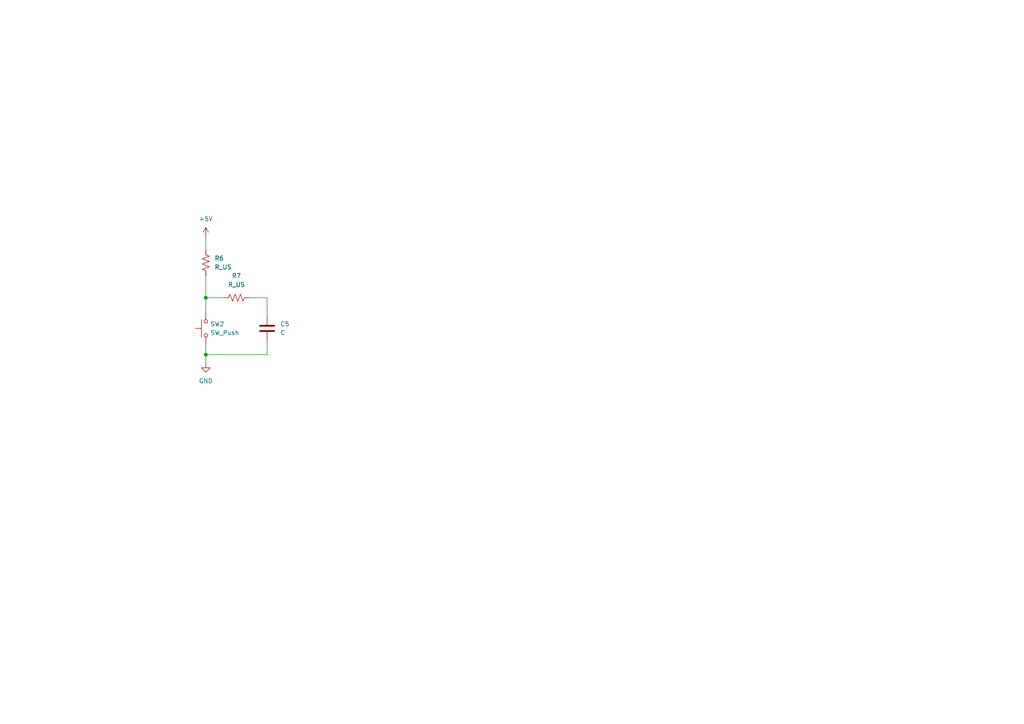
<source format=kicad_sch>
(kicad_sch (version 20230121) (generator eeschema)
  (paper "A4")
  (lib_symbols
    (symbol "Device:C" (pin_numbers hide) (pin_names (offset 0.254))
      (property "Reference" "C" (at 0.635 2.54 0))
      (property "Value" "C" (at 0.635 -2.54 0))
      (symbol "C_0_1"
        (polyline (pts (xy -2.032 -0.762) (xy 2.032 -0.762)) (stroke (width 0.508)))
        (polyline (pts (xy -2.032 0.762) (xy 2.032 0.762)) (stroke (width 0.508)))
      )
      (symbol "C_1_1"
        (pin passive line (at 0 3.81 270) (length 2.794) (name "~") (number "1"))
        (pin passive line (at 0 -3.81 90) (length 2.794) (name "~") (number "2"))
      )
    )
    (symbol "Device:R_US" (pin_numbers hide) (pin_names (offset 0))
      (property "Reference" "R" (at 2.54 0 90))
      (property "Value" "R_US" (at -2.54 0 90))
      (symbol "R_US_0_1"
        (polyline (pts (xy 0 -2.286) (xy 0 -2.54)))
        (polyline (pts (xy 0 2.286) (xy 0 2.54)))
        (polyline (pts (xy 0 -0.762) (xy 1.016 -1.143) (xy 0 -1.524) (xy -1.016 -1.905) (xy 0 -2.286)))
        (polyline (pts (xy 0 0.762) (xy 1.016 0.381) (xy 0 0) (xy -1.016 -0.381) (xy 0 -0.762)))
        (polyline (pts (xy 0 2.286) (xy 1.016 1.905) (xy 0 1.524) (xy -1.016 1.143) (xy 0 0.762)))
      )
      (symbol "R_US_1_1"
        (pin passive line (at 0 3.81 270) (length 1.27) (name "~") (number "1"))
        (pin passive line (at 0 -3.81 90) (length 1.27) (name "~") (number "2"))
      )
    )
    (symbol "Switch:SW_Push" (pin_numbers hide) (pin_names (offset 1.016) hide)
      (property "Reference" "SW" (at 1.27 2.54 0))
      (property "Value" "SW_Push" (at 0 -1.524 0))
      (symbol "SW_Push_0_1"
        (circle (center -2.032 0) (radius 0.508))
        (polyline (pts (xy 0 1.27) (xy 0 3.048)))
        (polyline (pts (xy 2.54 1.27) (xy -2.54 1.27)))
        (circle (center 2.032 0) (radius 0.508))
        (pin passive line (at -5.08 0 0) (length 2.54) (name "1") (number "1"))
        (pin passive line (at 5.08 0 180) (length 2.54) (name "2") (number "2"))
      )
    )
    (symbol "power:+5V" (power) (pin_names (offset 0))
      (property "Value" "+5V" (at 0 3.556 0))
      (symbol "+5V_0_1"
        (polyline (pts (xy -0.762 1.27) (xy 0 2.54)))
        (polyline (pts (xy 0 0) (xy 0 2.54)))
        (polyline (pts (xy 0 2.54) (xy 0.762 1.27)))
      )
      (symbol "+5V_1_1"
        (pin power_in line (at 0 0 90) (length 0) hide (name "+5V") (number "1"))
      )
    )
    (symbol "power:GND" (power) (pin_names (offset 0))
      (property "Value" "GND" (at 0 -3.81 0))
      (symbol "GND_0_1"
        (polyline (pts (xy 0 0) (xy 0 -1.27) (xy 1.27 -1.27) (xy 0 -2.54) (xy -1.27 -1.27) (xy 0 -1.27)))
      )
      (symbol "GND_1_1"
        (pin power_in line (at 0 0 270) (length 0) hide (name "GND") (number "1"))
      )
    )
  )
  (junction (at 59.69 102.87))
  (junction (at 59.69 86.36))
  (wire (pts (xy 59.69 86.36) (xy 59.69 90.17)))
  (wire (pts (xy 59.69 105.41) (xy 59.69 102.87)))
  (wire (pts (xy 59.69 80.01) (xy 59.69 86.36)))
  (wire (pts (xy 59.69 86.36) (xy 64.77 86.36)))
  (wire (pts (xy 77.47 99.06) (xy 77.47 102.87)))
  (wire (pts (xy 72.39 86.36) (xy 77.47 86.36)))
  (wire (pts (xy 59.69 102.87) (xy 59.69 100.33)))
  (wire (pts (xy 77.47 86.36) (xy 77.47 91.44)))
  (wire (pts (xy 59.69 68.58) (xy 59.69 72.39)))
  (wire (pts (xy 77.47 102.87) (xy 59.69 102.87)))
  (symbol (lib_id "power:GND") (at 59.69 105.41 0) (unit 1)
    (property "Reference" "#PWR023" (effects hide))
    (property "Value" "GND" (at 59.69 110.49 0))
  )
  (symbol (lib_id "power:+5V") (at 59.69 68.58 0) (unit 1)
    (property "Reference" "#PWR022" (effects hide))
    (property "Value" "+5V" (at 59.69 63.5 0))
  )
  (symbol (lib_id "Device:R_US") (at 59.69 76.2 180) (unit 1)
    (property "Reference" "R6" (at 62.23 74.93 0) (effects (justify right)))
    (property "Value" "R_US" (at 62.23 77.47 0) (effects (justify right)))
  )
  (symbol (lib_id "Device:C") (at 77.47 95.25 0) (unit 1)
    (property "Reference" "C5" (at 81.28 93.98 0) (effects (justify left)))
    (property "Value" "C" (at 81.28 96.52 0) (effects (justify left)))
  )
  (symbol (lib_id "Switch:SW_Push") (at 59.69 95.25 90) (unit 1)
    (property "Reference" "SW2" (at 60.96 93.98 90) (effects (justify right)))
    (property "Value" "SW_Push" (at 60.96 96.52 90) (effects (justify right)))
  )
  (symbol (lib_id "Device:R_US") (at 68.58 86.36 90) (unit 1)
    (property "Reference" "R7" (at 68.58 80.01 90))
    (property "Value" "R_US" (at 68.58 82.55 90))
  )
)
</source>
